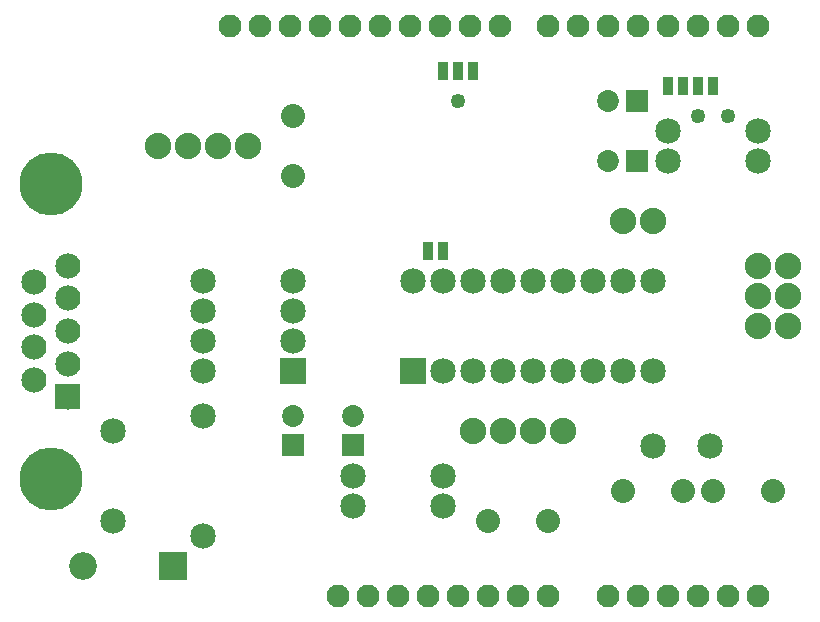
<source format=gts>
G04 MADE WITH FRITZING*
G04 WWW.FRITZING.ORG*
G04 DOUBLE SIDED*
G04 HOLES PLATED*
G04 CONTOUR ON CENTER OF CONTOUR VECTOR*
%ASAXBY*%
%FSLAX23Y23*%
%MOIN*%
%OFA0B0*%
%SFA1.0B1.0*%
%ADD10C,0.049370*%
%ADD11C,0.085000*%
%ADD12C,0.076194*%
%ADD13C,0.076222*%
%ADD14C,0.080000*%
%ADD15C,0.072992*%
%ADD16C,0.088000*%
%ADD17C,0.084000*%
%ADD18C,0.210000*%
%ADD19C,0.092000*%
%ADD20R,0.036101X0.059166*%
%ADD21R,0.085000X0.085000*%
%ADD22R,0.072992X0.072992*%
%ADD23R,0.092000X0.092000*%
%ADD24R,0.001000X0.001000*%
%LNMASK1*%
G90*
G70*
G54D10*
X1517Y1745D03*
G54D11*
X367Y645D03*
X367Y345D03*
G54D12*
X2118Y95D03*
X2218Y95D03*
X2318Y95D03*
X2418Y95D03*
X2518Y95D03*
G54D13*
X1658Y1995D03*
X1558Y1995D03*
X1458Y1995D03*
X1358Y1995D03*
X1258Y1995D03*
X1158Y1995D03*
X1058Y1995D03*
X958Y1995D03*
X858Y1995D03*
X758Y1995D03*
X2518Y1995D03*
X2418Y1995D03*
X2318Y1995D03*
X2218Y1995D03*
X2118Y1995D03*
X2018Y1995D03*
X1918Y1995D03*
X1818Y1995D03*
G54D12*
X1218Y95D03*
X1118Y95D03*
X1318Y95D03*
X1418Y95D03*
X1518Y95D03*
X1618Y95D03*
X1718Y95D03*
X1818Y95D03*
X2018Y95D03*
G54D11*
X1367Y845D03*
X1367Y1145D03*
X1467Y845D03*
X1467Y1145D03*
X1567Y845D03*
X1567Y1145D03*
X1667Y845D03*
X1667Y1145D03*
X1767Y845D03*
X1767Y1145D03*
X1867Y845D03*
X1867Y1145D03*
X1967Y845D03*
X1967Y1145D03*
X2067Y845D03*
X2067Y1145D03*
X2167Y845D03*
X2167Y1145D03*
X2167Y595D03*
X2359Y595D03*
G54D14*
X967Y1495D03*
X967Y1695D03*
X1817Y345D03*
X1617Y345D03*
X2067Y445D03*
X2267Y445D03*
X2567Y445D03*
X2367Y445D03*
G54D11*
X967Y845D03*
X667Y845D03*
X967Y945D03*
X667Y945D03*
X967Y1045D03*
X667Y1045D03*
X967Y1145D03*
X667Y1145D03*
X2217Y1645D03*
X2517Y1645D03*
X1167Y395D03*
X1467Y395D03*
X1167Y495D03*
X1467Y495D03*
X667Y295D03*
X667Y695D03*
X2217Y1545D03*
X2517Y1545D03*
G54D15*
X1167Y597D03*
X1167Y695D03*
X967Y597D03*
X967Y695D03*
X2115Y1545D03*
X2017Y1545D03*
X2115Y1745D03*
X2017Y1745D03*
G54D16*
X2617Y995D03*
X2617Y1095D03*
X2617Y1195D03*
X2617Y995D03*
X2617Y1095D03*
X2617Y1195D03*
X2517Y1195D03*
X2517Y1095D03*
X2517Y995D03*
X2167Y1345D03*
X2067Y1345D03*
X1867Y645D03*
X1767Y645D03*
X1667Y645D03*
X1567Y645D03*
G54D17*
X217Y759D03*
X217Y868D03*
X217Y977D03*
X217Y1086D03*
X217Y1195D03*
X105Y814D03*
X105Y923D03*
X105Y1031D03*
X105Y1140D03*
G54D18*
X161Y485D03*
X161Y1469D03*
G54D17*
X217Y759D03*
X217Y868D03*
X217Y977D03*
X217Y1086D03*
X217Y1195D03*
X105Y814D03*
X105Y923D03*
X105Y1031D03*
X105Y1140D03*
G54D18*
X161Y485D03*
X161Y1469D03*
G54D19*
X567Y195D03*
X269Y195D03*
G54D16*
X817Y1595D03*
X717Y1595D03*
X617Y1595D03*
X517Y1595D03*
G54D10*
X2317Y1695D03*
X2417Y1695D03*
G54D20*
X1517Y1845D03*
X1467Y1845D03*
X1567Y1845D03*
X2367Y1795D03*
X2317Y1795D03*
X2217Y1795D03*
X2267Y1795D03*
X1467Y1245D03*
X1417Y1245D03*
G54D21*
X1367Y845D03*
X967Y845D03*
G54D22*
X1167Y597D03*
X967Y597D03*
X2115Y1545D03*
X2115Y1745D03*
G54D23*
X568Y195D03*
G54D24*
X175Y801D02*
X257Y801D01*
X175Y800D02*
X258Y800D01*
X175Y799D02*
X258Y799D01*
X175Y798D02*
X258Y798D01*
X175Y797D02*
X258Y797D01*
X175Y796D02*
X258Y796D01*
X175Y795D02*
X258Y795D01*
X175Y794D02*
X258Y794D01*
X175Y793D02*
X258Y793D01*
X175Y792D02*
X258Y792D01*
X175Y791D02*
X258Y791D01*
X175Y790D02*
X258Y790D01*
X175Y789D02*
X258Y789D01*
X175Y788D02*
X258Y788D01*
X175Y787D02*
X258Y787D01*
X175Y786D02*
X258Y786D01*
X175Y785D02*
X258Y785D01*
X175Y784D02*
X258Y784D01*
X175Y783D02*
X258Y783D01*
X175Y782D02*
X258Y782D01*
X175Y781D02*
X258Y781D01*
X175Y780D02*
X258Y780D01*
X175Y779D02*
X258Y779D01*
X175Y778D02*
X258Y778D01*
X175Y777D02*
X258Y777D01*
X175Y776D02*
X258Y776D01*
X175Y775D02*
X258Y775D01*
X175Y774D02*
X214Y774D01*
X219Y774D02*
X258Y774D01*
X175Y773D02*
X209Y773D01*
X223Y773D02*
X258Y773D01*
X175Y772D02*
X207Y772D01*
X225Y772D02*
X258Y772D01*
X175Y771D02*
X206Y771D01*
X226Y771D02*
X258Y771D01*
X175Y770D02*
X205Y770D01*
X227Y770D02*
X258Y770D01*
X175Y769D02*
X204Y769D01*
X228Y769D02*
X258Y769D01*
X175Y768D02*
X203Y768D01*
X229Y768D02*
X258Y768D01*
X175Y767D02*
X203Y767D01*
X230Y767D02*
X258Y767D01*
X175Y766D02*
X202Y766D01*
X230Y766D02*
X258Y766D01*
X175Y765D02*
X202Y765D01*
X231Y765D02*
X258Y765D01*
X175Y764D02*
X201Y764D01*
X231Y764D02*
X258Y764D01*
X175Y763D02*
X201Y763D01*
X231Y763D02*
X258Y763D01*
X175Y762D02*
X201Y762D01*
X231Y762D02*
X258Y762D01*
X175Y761D02*
X201Y761D01*
X231Y761D02*
X258Y761D01*
X175Y760D02*
X201Y760D01*
X232Y760D02*
X258Y760D01*
X175Y759D02*
X201Y759D01*
X232Y759D02*
X258Y759D01*
X175Y758D02*
X201Y758D01*
X231Y758D02*
X258Y758D01*
X175Y757D02*
X201Y757D01*
X231Y757D02*
X258Y757D01*
X175Y756D02*
X201Y756D01*
X231Y756D02*
X258Y756D01*
X175Y755D02*
X201Y755D01*
X231Y755D02*
X258Y755D01*
X175Y754D02*
X201Y754D01*
X231Y754D02*
X258Y754D01*
X175Y753D02*
X202Y753D01*
X230Y753D02*
X258Y753D01*
X175Y752D02*
X202Y752D01*
X230Y752D02*
X258Y752D01*
X175Y751D02*
X203Y751D01*
X229Y751D02*
X258Y751D01*
X175Y750D02*
X203Y750D01*
X229Y750D02*
X258Y750D01*
X175Y749D02*
X204Y749D01*
X228Y749D02*
X258Y749D01*
X175Y748D02*
X205Y748D01*
X227Y748D02*
X258Y748D01*
X175Y747D02*
X206Y747D01*
X226Y747D02*
X258Y747D01*
X175Y746D02*
X208Y746D01*
X224Y746D02*
X258Y746D01*
X175Y745D02*
X210Y745D01*
X222Y745D02*
X258Y745D01*
X175Y744D02*
X258Y744D01*
X175Y743D02*
X258Y743D01*
X175Y742D02*
X258Y742D01*
X175Y741D02*
X258Y741D01*
X175Y740D02*
X258Y740D01*
X175Y739D02*
X258Y739D01*
X175Y738D02*
X258Y738D01*
X175Y737D02*
X258Y737D01*
X175Y736D02*
X258Y736D01*
X175Y735D02*
X258Y735D01*
X175Y734D02*
X258Y734D01*
X175Y733D02*
X258Y733D01*
X175Y732D02*
X258Y732D01*
X175Y731D02*
X258Y731D01*
X175Y730D02*
X258Y730D01*
X175Y729D02*
X258Y729D01*
X175Y728D02*
X258Y728D01*
X175Y727D02*
X258Y727D01*
X175Y726D02*
X258Y726D01*
X175Y725D02*
X258Y725D01*
X175Y724D02*
X258Y724D01*
X175Y723D02*
X258Y723D01*
X175Y722D02*
X258Y722D01*
X175Y721D02*
X258Y721D01*
X175Y720D02*
X258Y720D01*
X175Y719D02*
X258Y719D01*
X175Y718D02*
X258Y718D01*
D02*
G04 End of Mask1*
M02*
</source>
